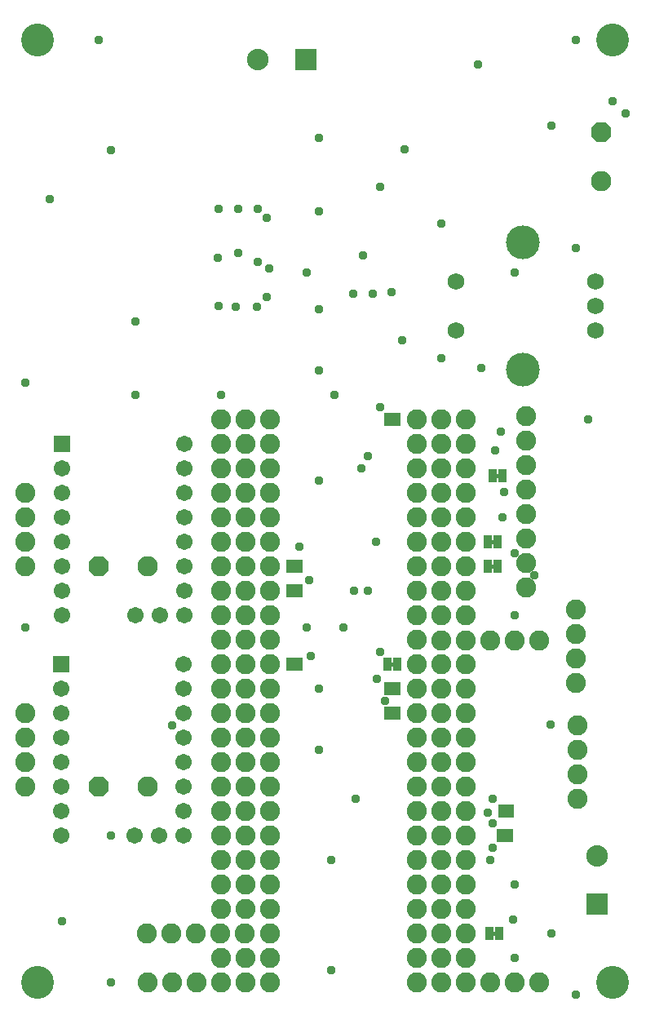
<source format=gbr>
G04 EAGLE Gerber RS-274X export*
G75*
%MOMM*%
%FSLAX34Y34*%
%LPD*%
%INSoldermask Bottom*%
%IPPOS*%
%AMOC8*
5,1,8,0,0,1.08239X$1,22.5*%
G01*
G04 Define Apertures*
%ADD10C,3.403600*%
%ADD11C,2.108200*%
%ADD12P,2.28189X8X202.5*%
%ADD13C,1.711200*%
%ADD14R,1.711200X1.711200*%
%ADD15C,2.082800*%
%ADD16R,2.235200X2.235200*%
%ADD17C,2.235200*%
%ADD18C,1.727200*%
%ADD19C,3.505200*%
%ADD20R,0.838200X1.473200*%
%ADD21R,0.863600X1.473200*%
%ADD22P,2.28189X8X112.5*%
%ADD23C,0.959600*%
G36*
X48260Y370205D02*
X53340Y370205D01*
X53340Y366395D01*
X48260Y366395D01*
X48260Y370205D01*
G37*
G36*
X152400Y471805D02*
X157480Y471805D01*
X157480Y467995D01*
X152400Y467995D01*
X152400Y471805D01*
G37*
G36*
X152400Y497205D02*
X157480Y497205D01*
X157480Y493395D01*
X152400Y493395D01*
X152400Y497205D01*
G37*
G36*
X158750Y86995D02*
X153670Y86995D01*
X153670Y90805D01*
X158750Y90805D01*
X158750Y86995D01*
G37*
G36*
X157480Y565785D02*
X162560Y565785D01*
X162560Y561975D01*
X157480Y561975D01*
X157480Y565785D01*
G37*
D10*
X-317500Y38100D03*
X279400Y38100D03*
X-317500Y1016000D03*
X279400Y1016000D03*
D11*
X-203200Y469900D03*
D12*
X-254000Y469900D03*
D11*
X-203200Y241300D03*
D12*
X-254000Y241300D03*
D13*
X-165909Y368604D03*
X-165909Y343204D03*
X-165909Y317804D03*
X-165909Y292404D03*
X-165909Y267004D03*
X-165909Y241604D03*
X-165909Y216204D03*
X-165909Y190804D03*
D14*
X-292909Y368604D03*
D13*
X-292909Y343204D03*
X-292909Y317804D03*
X-292909Y292404D03*
X-292909Y267004D03*
X-292909Y241604D03*
X-292909Y216204D03*
X-292909Y190804D03*
X-191309Y190804D03*
X-216709Y190804D03*
X-165100Y596900D03*
X-165100Y571500D03*
X-165100Y546100D03*
X-165100Y520700D03*
X-165100Y495300D03*
X-165100Y469900D03*
X-165100Y444500D03*
X-165100Y419100D03*
D14*
X-292100Y596900D03*
D13*
X-292100Y571500D03*
X-292100Y546100D03*
X-292100Y520700D03*
X-292100Y495300D03*
X-292100Y469900D03*
X-292100Y444500D03*
X-292100Y419100D03*
X-190500Y419100D03*
X-215900Y419100D03*
D15*
X-127000Y622300D03*
X-101600Y622300D03*
X-127000Y596900D03*
X-101600Y596900D03*
X-127000Y571500D03*
X-101600Y571500D03*
X-127000Y546100D03*
X-101600Y546100D03*
X-127000Y520700D03*
X-101600Y520700D03*
X-127000Y495300D03*
X-101600Y495300D03*
X-127000Y469900D03*
X-101600Y469900D03*
X-127000Y444500D03*
X-101600Y444500D03*
X-127000Y419100D03*
X-101600Y419100D03*
X-127000Y393700D03*
X-101600Y393700D03*
X127000Y419100D03*
X101600Y419100D03*
X127000Y444500D03*
X101600Y444500D03*
X127000Y469900D03*
X101600Y469900D03*
X127000Y495300D03*
X101600Y495300D03*
X127000Y520700D03*
X101600Y520700D03*
X127000Y546100D03*
X101600Y546100D03*
X127000Y571500D03*
X101600Y571500D03*
X127000Y596900D03*
X101600Y596900D03*
X127000Y622300D03*
X101600Y622300D03*
X-203200Y38100D03*
X-177800Y38100D03*
X-152400Y38100D03*
X-127000Y38100D03*
X-101600Y38100D03*
D16*
X-39370Y995720D03*
D17*
X-89370Y995720D03*
D15*
X189811Y625818D03*
X189811Y600418D03*
X189811Y575018D03*
X189811Y549618D03*
X189811Y524218D03*
X189811Y498818D03*
X189811Y473418D03*
X189811Y448018D03*
X101600Y393192D03*
X127000Y393192D03*
X152400Y393192D03*
X177800Y393192D03*
X203200Y393192D03*
X101600Y38608D03*
X127000Y38608D03*
X152400Y38608D03*
X177800Y38608D03*
X203200Y38608D03*
D16*
X262890Y119380D03*
D17*
X262890Y169380D03*
D15*
X-203997Y88900D03*
X-178597Y88900D03*
X-153197Y88900D03*
X-127797Y88900D03*
X-102397Y88900D03*
X-330200Y317500D03*
X-330200Y292100D03*
X-330200Y266700D03*
X-330200Y241300D03*
X-330200Y546100D03*
X-330200Y520700D03*
X-330200Y495300D03*
X-330200Y469900D03*
X127000Y63500D03*
X127000Y88900D03*
X127000Y114300D03*
X127000Y139700D03*
X127000Y165100D03*
X127000Y190500D03*
X127000Y215900D03*
X127000Y241300D03*
X127000Y266700D03*
X127000Y292100D03*
X127000Y317500D03*
X127000Y342900D03*
X127000Y368300D03*
X101600Y368300D03*
X101600Y342900D03*
X101600Y317500D03*
X101600Y292100D03*
X101600Y266700D03*
X101600Y241300D03*
X101600Y215900D03*
X101600Y190500D03*
X101600Y165100D03*
X101600Y139700D03*
X101600Y114300D03*
X101600Y88900D03*
X101600Y63500D03*
X-127000Y368300D03*
X-101600Y368300D03*
X-127000Y342900D03*
X-101600Y342900D03*
X-127000Y317500D03*
X-101600Y317500D03*
X-127000Y292100D03*
X-101600Y292100D03*
X-127000Y266700D03*
X-101600Y266700D03*
X-127000Y241300D03*
X-101600Y241300D03*
X-127000Y215900D03*
X-101600Y215900D03*
X-127000Y190500D03*
X-101600Y190500D03*
X-127000Y165100D03*
X-101600Y165100D03*
X-127000Y139700D03*
X-101600Y139700D03*
D18*
X261420Y740692D03*
X116640Y766092D03*
D19*
X186490Y806732D03*
X186490Y674652D03*
D18*
X116640Y715292D03*
X261420Y766092D03*
X261420Y715292D03*
D15*
X-76200Y368300D03*
X-76200Y342900D03*
X-76200Y317500D03*
X-76200Y292100D03*
X-76200Y266700D03*
X-76200Y241300D03*
X-76200Y215900D03*
X-76200Y190500D03*
X-76200Y165100D03*
X-76200Y139700D03*
X-76200Y114300D03*
X-76200Y88900D03*
X-76200Y63500D03*
X-76200Y38100D03*
X76200Y368300D03*
X76200Y342900D03*
X76200Y317500D03*
X76200Y292100D03*
X76200Y266700D03*
X76200Y241300D03*
X76200Y215900D03*
X76200Y190500D03*
X76200Y165100D03*
X76200Y139700D03*
X76200Y114300D03*
X76200Y88900D03*
X76200Y63500D03*
X76200Y38100D03*
X76200Y419100D03*
X76200Y444500D03*
X76200Y469900D03*
X76200Y495300D03*
X76200Y520700D03*
X76200Y546100D03*
X76200Y571500D03*
X76200Y596900D03*
X76200Y622300D03*
X-76200Y622300D03*
X-76200Y596900D03*
X-76200Y571500D03*
X-76200Y546100D03*
X-76200Y520700D03*
X-76200Y495300D03*
X-76200Y469900D03*
X-76200Y444500D03*
X-76200Y419100D03*
X-76200Y393700D03*
X76200Y393700D03*
D20*
X171704Y190500D03*
X163576Y190500D03*
X172974Y215900D03*
X164846Y215900D03*
D21*
X56007Y368300D03*
X45593Y368300D03*
D20*
X46736Y343154D03*
X54864Y343154D03*
X-46736Y368300D03*
X-54864Y368300D03*
X-46736Y469900D03*
X-54864Y469900D03*
X46736Y317500D03*
X54864Y317500D03*
X-46736Y444500D03*
X-54864Y444500D03*
X46736Y622300D03*
X54864Y622300D03*
D15*
X-127000Y63500D03*
X-101600Y63500D03*
X-127000Y114300D03*
X-101600Y114300D03*
D21*
X151003Y88900D03*
X161417Y88900D03*
X160147Y469900D03*
X149733Y469900D03*
X160147Y495300D03*
X149733Y495300D03*
X165227Y563880D03*
X154813Y563880D03*
D11*
X267135Y869950D03*
D22*
X267135Y920750D03*
D15*
X242570Y228600D03*
X242570Y254000D03*
X242570Y279400D03*
X242570Y304800D03*
X241300Y349250D03*
X241300Y374650D03*
X241300Y400050D03*
X241300Y425450D03*
D23*
X-25400Y736600D03*
X-304800Y850900D03*
X-241300Y901700D03*
X-215900Y723900D03*
X177800Y774700D03*
X101600Y685800D03*
X-25400Y558800D03*
X-330200Y406400D03*
X-292100Y101600D03*
X-241300Y190500D03*
X12700Y228600D03*
X-12700Y165100D03*
X-25400Y279400D03*
X-25400Y342900D03*
X215900Y88900D03*
X241300Y25400D03*
X-12700Y50800D03*
X-215900Y647700D03*
X-127000Y647700D03*
X38100Y863600D03*
X-25400Y673100D03*
X-177800Y304800D03*
X-330200Y660400D03*
X-241300Y38100D03*
X-38100Y406400D03*
X254000Y622300D03*
X0Y406400D03*
X33349Y495300D03*
X241300Y800100D03*
X63500Y902970D03*
X293142Y939800D03*
X-25400Y914400D03*
X241300Y1016000D03*
X-254000Y1016000D03*
X215900Y927100D03*
X139700Y990600D03*
X279400Y952500D03*
X101600Y825500D03*
X-25400Y838200D03*
X-129540Y840740D03*
X-109220Y840740D03*
X-88900Y840740D03*
X-88900Y786130D03*
X-109220Y795020D03*
X-130810Y789940D03*
X-129540Y740410D03*
X-111760Y739140D03*
X-90170Y739140D03*
X10160Y753110D03*
X30480Y753110D03*
X49530Y754380D03*
X177800Y63500D03*
X142989Y676389D03*
X163638Y610025D03*
X18570Y571500D03*
X20320Y792480D03*
X-38100Y774700D03*
X197906Y460718D03*
X177800Y419100D03*
X152400Y165100D03*
X177800Y139700D03*
X-9600Y647878D03*
X25400Y444500D03*
X25400Y584200D03*
X-34024Y376924D03*
X34290Y353060D03*
X38100Y381000D03*
X-80010Y831850D03*
X-45720Y490220D03*
X42648Y330200D03*
X10755Y444500D03*
X-77606Y779514D03*
X-35497Y455867D03*
X-79602Y749300D03*
X38100Y635000D03*
X60960Y704850D03*
X154940Y203200D03*
X154940Y228600D03*
X215085Y305615D03*
X175959Y103442D03*
X177871Y483614D03*
X157480Y590550D03*
X164620Y520700D03*
X166902Y547127D03*
X154940Y177800D03*
X149860Y214630D03*
M02*

</source>
